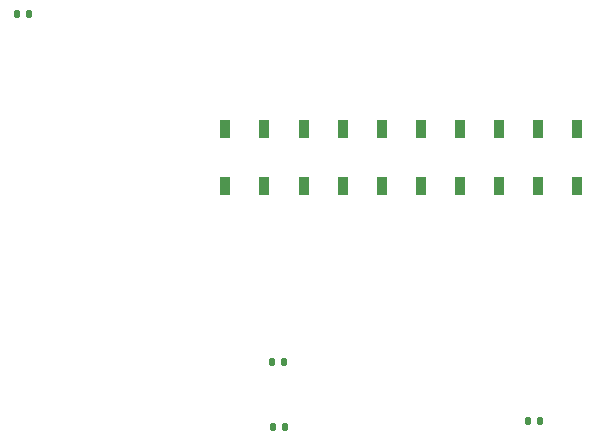
<source format=gbr>
%TF.GenerationSoftware,KiCad,Pcbnew,8.0.7-8.0.7-0~ubuntu22.04.1*%
%TF.CreationDate,2024-12-14T21:10:45+08:00*%
%TF.ProjectId,SmartClock,536d6172-7443-46c6-9f63-6b2e6b696361,rev?*%
%TF.SameCoordinates,Original*%
%TF.FileFunction,Paste,Top*%
%TF.FilePolarity,Positive*%
%FSLAX46Y46*%
G04 Gerber Fmt 4.6, Leading zero omitted, Abs format (unit mm)*
G04 Created by KiCad (PCBNEW 8.0.7-8.0.7-0~ubuntu22.04.1) date 2024-12-14 21:10:45*
%MOMM*%
%LPD*%
G01*
G04 APERTURE LIST*
G04 Aperture macros list*
%AMRoundRect*
0 Rectangle with rounded corners*
0 $1 Rounding radius*
0 $2 $3 $4 $5 $6 $7 $8 $9 X,Y pos of 4 corners*
0 Add a 4 corners polygon primitive as box body*
4,1,4,$2,$3,$4,$5,$6,$7,$8,$9,$2,$3,0*
0 Add four circle primitives for the rounded corners*
1,1,$1+$1,$2,$3*
1,1,$1+$1,$4,$5*
1,1,$1+$1,$6,$7*
1,1,$1+$1,$8,$9*
0 Add four rect primitives between the rounded corners*
20,1,$1+$1,$2,$3,$4,$5,0*
20,1,$1+$1,$4,$5,$6,$7,0*
20,1,$1+$1,$6,$7,$8,$9,0*
20,1,$1+$1,$8,$9,$2,$3,0*%
G04 Aperture macros list end*
%ADD10RoundRect,0.090000X0.360000X-0.660000X0.360000X0.660000X-0.360000X0.660000X-0.360000X-0.660000X0*%
%ADD11RoundRect,0.135000X0.135000X0.185000X-0.135000X0.185000X-0.135000X-0.185000X0.135000X-0.185000X0*%
%ADD12RoundRect,0.135000X-0.135000X-0.185000X0.135000X-0.185000X0.135000X0.185000X-0.135000X0.185000X0*%
G04 APERTURE END LIST*
D10*
%TO.C,D3*%
X141095000Y-93610000D03*
X144395000Y-93610000D03*
X144395000Y-88710000D03*
X141095000Y-88710000D03*
%TD*%
%TO.C,D5*%
X154335000Y-93610000D03*
X157635000Y-93610000D03*
X157635000Y-88710000D03*
X154335000Y-88710000D03*
%TD*%
%TO.C,D2*%
X134475000Y-93610000D03*
X137775000Y-93610000D03*
X137775000Y-88710000D03*
X134475000Y-88710000D03*
%TD*%
D11*
%TO.C,R4*%
X154510000Y-113490000D03*
X153490000Y-113490000D03*
%TD*%
D12*
%TO.C,R2*%
X131830000Y-108500000D03*
X132850000Y-108500000D03*
%TD*%
D10*
%TO.C,D1*%
X127855000Y-93610000D03*
X131155000Y-93610000D03*
X131155000Y-88710000D03*
X127855000Y-88710000D03*
%TD*%
D12*
%TO.C,R3*%
X131880000Y-113950000D03*
X132900000Y-113950000D03*
%TD*%
D10*
%TO.C,D4*%
X147715000Y-93610000D03*
X151015000Y-93610000D03*
X151015000Y-88710000D03*
X147715000Y-88710000D03*
%TD*%
D12*
%TO.C,R1*%
X110240000Y-79000000D03*
X111260000Y-79000000D03*
%TD*%
M02*

</source>
